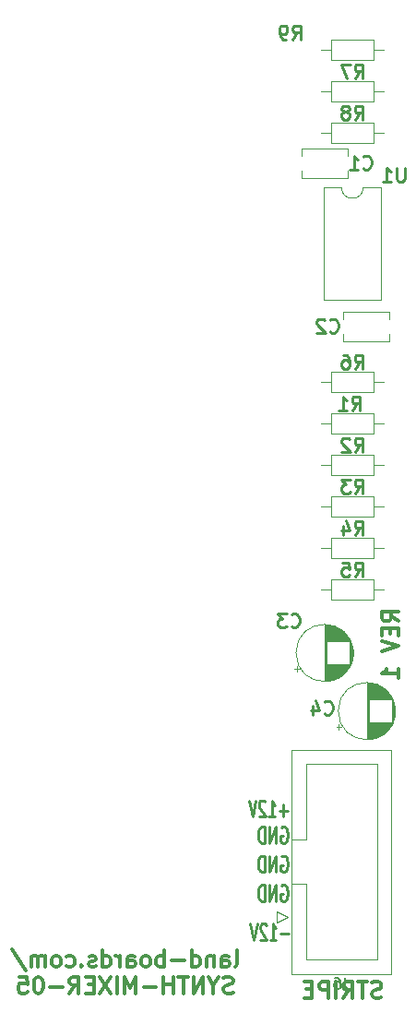
<source format=gbo>
%TF.GenerationSoftware,KiCad,Pcbnew,(6.0.1)*%
%TF.CreationDate,2022-09-27T15:47:43-04:00*%
%TF.ProjectId,SYNTH-MIXER-05,53594e54-482d-44d4-9958-45522d30352e,1*%
%TF.SameCoordinates,Original*%
%TF.FileFunction,Legend,Bot*%
%TF.FilePolarity,Positive*%
%FSLAX46Y46*%
G04 Gerber Fmt 4.6, Leading zero omitted, Abs format (unit mm)*
G04 Created by KiCad (PCBNEW (6.0.1)) date 2022-09-27 15:47:43*
%MOMM*%
%LPD*%
G01*
G04 APERTURE LIST*
%ADD10C,0.300000*%
%ADD11C,0.254000*%
%ADD12C,0.241300*%
%ADD13C,0.279400*%
%ADD14C,0.150000*%
%ADD15C,0.120000*%
G04 APERTURE END LIST*
D10*
X104246714Y-127607142D02*
X104032428Y-127678571D01*
X103675285Y-127678571D01*
X103532428Y-127607142D01*
X103461000Y-127535714D01*
X103389571Y-127392857D01*
X103389571Y-127250000D01*
X103461000Y-127107142D01*
X103532428Y-127035714D01*
X103675285Y-126964285D01*
X103961000Y-126892857D01*
X104103857Y-126821428D01*
X104175285Y-126750000D01*
X104246714Y-126607142D01*
X104246714Y-126464285D01*
X104175285Y-126321428D01*
X104103857Y-126250000D01*
X103961000Y-126178571D01*
X103603857Y-126178571D01*
X103389571Y-126250000D01*
X102961000Y-126178571D02*
X102103857Y-126178571D01*
X102532428Y-127678571D02*
X102532428Y-126178571D01*
X100746714Y-127678571D02*
X101246714Y-126964285D01*
X101603857Y-127678571D02*
X101603857Y-126178571D01*
X101032428Y-126178571D01*
X100889571Y-126250000D01*
X100818142Y-126321428D01*
X100746714Y-126464285D01*
X100746714Y-126678571D01*
X100818142Y-126821428D01*
X100889571Y-126892857D01*
X101032428Y-126964285D01*
X101603857Y-126964285D01*
X100103857Y-127678571D02*
X100103857Y-126178571D01*
X99389571Y-127678571D02*
X99389571Y-126178571D01*
X98818142Y-126178571D01*
X98675285Y-126250000D01*
X98603857Y-126321428D01*
X98532428Y-126464285D01*
X98532428Y-126678571D01*
X98603857Y-126821428D01*
X98675285Y-126892857D01*
X98818142Y-126964285D01*
X99389571Y-126964285D01*
X97889571Y-126892857D02*
X97389571Y-126892857D01*
X97175285Y-127678571D02*
X97889571Y-127678571D01*
X97889571Y-126178571D01*
X97175285Y-126178571D01*
D11*
X95072804Y-114693000D02*
X95169566Y-114621571D01*
X95314709Y-114621571D01*
X95459852Y-114693000D01*
X95556614Y-114835857D01*
X95604995Y-114978714D01*
X95653376Y-115264428D01*
X95653376Y-115478714D01*
X95604995Y-115764428D01*
X95556614Y-115907285D01*
X95459852Y-116050142D01*
X95314709Y-116121571D01*
X95217947Y-116121571D01*
X95072804Y-116050142D01*
X95024423Y-115978714D01*
X95024423Y-115478714D01*
X95217947Y-115478714D01*
X94588995Y-116121571D02*
X94588995Y-114621571D01*
X94008423Y-116121571D01*
X94008423Y-114621571D01*
X93524614Y-116121571D02*
X93524614Y-114621571D01*
X93282709Y-114621571D01*
X93137566Y-114693000D01*
X93040804Y-114835857D01*
X92992423Y-114978714D01*
X92944042Y-115264428D01*
X92944042Y-115478714D01*
X92992423Y-115764428D01*
X93040804Y-115907285D01*
X93137566Y-116050142D01*
X93282709Y-116121571D01*
X93524614Y-116121571D01*
D12*
X95752345Y-121773142D02*
X95016955Y-121773142D01*
X94051755Y-122344571D02*
X94603297Y-122344571D01*
X94327526Y-122344571D02*
X94327526Y-120844571D01*
X94419450Y-121058857D01*
X94511374Y-121201714D01*
X94603297Y-121273142D01*
X93684059Y-120987428D02*
X93638097Y-120916000D01*
X93546174Y-120844571D01*
X93316364Y-120844571D01*
X93224440Y-120916000D01*
X93178478Y-120987428D01*
X93132516Y-121130285D01*
X93132516Y-121273142D01*
X93178478Y-121487428D01*
X93730021Y-122344571D01*
X93132516Y-122344571D01*
X92856745Y-120844571D02*
X92535012Y-122344571D01*
X92213278Y-120844571D01*
D10*
X105834571Y-93107142D02*
X105120285Y-92607142D01*
X105834571Y-92250000D02*
X104334571Y-92250000D01*
X104334571Y-92821428D01*
X104406000Y-92964285D01*
X104477428Y-93035714D01*
X104620285Y-93107142D01*
X104834571Y-93107142D01*
X104977428Y-93035714D01*
X105048857Y-92964285D01*
X105120285Y-92821428D01*
X105120285Y-92250000D01*
X105048857Y-93750000D02*
X105048857Y-94250000D01*
X105834571Y-94464285D02*
X105834571Y-93750000D01*
X104334571Y-93750000D01*
X104334571Y-94464285D01*
X104334571Y-94892857D02*
X105834571Y-95392857D01*
X104334571Y-95892857D01*
X105834571Y-98321428D02*
X105834571Y-97464285D01*
X105834571Y-97892857D02*
X104334571Y-97892857D01*
X104548857Y-97750000D01*
X104691714Y-97607142D01*
X104763142Y-97464285D01*
X90807714Y-124820071D02*
X90950571Y-124748642D01*
X91022000Y-124605785D01*
X91022000Y-123320071D01*
X89593428Y-124820071D02*
X89593428Y-124034357D01*
X89664857Y-123891500D01*
X89807714Y-123820071D01*
X90093428Y-123820071D01*
X90236285Y-123891500D01*
X89593428Y-124748642D02*
X89736285Y-124820071D01*
X90093428Y-124820071D01*
X90236285Y-124748642D01*
X90307714Y-124605785D01*
X90307714Y-124462928D01*
X90236285Y-124320071D01*
X90093428Y-124248642D01*
X89736285Y-124248642D01*
X89593428Y-124177214D01*
X88879142Y-123820071D02*
X88879142Y-124820071D01*
X88879142Y-123962928D02*
X88807714Y-123891500D01*
X88664857Y-123820071D01*
X88450571Y-123820071D01*
X88307714Y-123891500D01*
X88236285Y-124034357D01*
X88236285Y-124820071D01*
X86879142Y-124820071D02*
X86879142Y-123320071D01*
X86879142Y-124748642D02*
X87022000Y-124820071D01*
X87307714Y-124820071D01*
X87450571Y-124748642D01*
X87522000Y-124677214D01*
X87593428Y-124534357D01*
X87593428Y-124105785D01*
X87522000Y-123962928D01*
X87450571Y-123891500D01*
X87307714Y-123820071D01*
X87022000Y-123820071D01*
X86879142Y-123891500D01*
X86164857Y-124248642D02*
X85022000Y-124248642D01*
X84307714Y-124820071D02*
X84307714Y-123320071D01*
X84307714Y-123891500D02*
X84164857Y-123820071D01*
X83879142Y-123820071D01*
X83736285Y-123891500D01*
X83664857Y-123962928D01*
X83593428Y-124105785D01*
X83593428Y-124534357D01*
X83664857Y-124677214D01*
X83736285Y-124748642D01*
X83879142Y-124820071D01*
X84164857Y-124820071D01*
X84307714Y-124748642D01*
X82736285Y-124820071D02*
X82879142Y-124748642D01*
X82950571Y-124677214D01*
X83022000Y-124534357D01*
X83022000Y-124105785D01*
X82950571Y-123962928D01*
X82879142Y-123891500D01*
X82736285Y-123820071D01*
X82522000Y-123820071D01*
X82379142Y-123891500D01*
X82307714Y-123962928D01*
X82236285Y-124105785D01*
X82236285Y-124534357D01*
X82307714Y-124677214D01*
X82379142Y-124748642D01*
X82522000Y-124820071D01*
X82736285Y-124820071D01*
X80950571Y-124820071D02*
X80950571Y-124034357D01*
X81022000Y-123891500D01*
X81164857Y-123820071D01*
X81450571Y-123820071D01*
X81593428Y-123891500D01*
X80950571Y-124748642D02*
X81093428Y-124820071D01*
X81450571Y-124820071D01*
X81593428Y-124748642D01*
X81664857Y-124605785D01*
X81664857Y-124462928D01*
X81593428Y-124320071D01*
X81450571Y-124248642D01*
X81093428Y-124248642D01*
X80950571Y-124177214D01*
X80236285Y-124820071D02*
X80236285Y-123820071D01*
X80236285Y-124105785D02*
X80164857Y-123962928D01*
X80093428Y-123891500D01*
X79950571Y-123820071D01*
X79807714Y-123820071D01*
X78664857Y-124820071D02*
X78664857Y-123320071D01*
X78664857Y-124748642D02*
X78807714Y-124820071D01*
X79093428Y-124820071D01*
X79236285Y-124748642D01*
X79307714Y-124677214D01*
X79379142Y-124534357D01*
X79379142Y-124105785D01*
X79307714Y-123962928D01*
X79236285Y-123891500D01*
X79093428Y-123820071D01*
X78807714Y-123820071D01*
X78664857Y-123891500D01*
X78022000Y-124748642D02*
X77879142Y-124820071D01*
X77593428Y-124820071D01*
X77450571Y-124748642D01*
X77379142Y-124605785D01*
X77379142Y-124534357D01*
X77450571Y-124391500D01*
X77593428Y-124320071D01*
X77807714Y-124320071D01*
X77950571Y-124248642D01*
X78022000Y-124105785D01*
X78022000Y-124034357D01*
X77950571Y-123891500D01*
X77807714Y-123820071D01*
X77593428Y-123820071D01*
X77450571Y-123891500D01*
X76736285Y-124677214D02*
X76664857Y-124748642D01*
X76736285Y-124820071D01*
X76807714Y-124748642D01*
X76736285Y-124677214D01*
X76736285Y-124820071D01*
X75379142Y-124748642D02*
X75522000Y-124820071D01*
X75807714Y-124820071D01*
X75950571Y-124748642D01*
X76022000Y-124677214D01*
X76093428Y-124534357D01*
X76093428Y-124105785D01*
X76022000Y-123962928D01*
X75950571Y-123891500D01*
X75807714Y-123820071D01*
X75522000Y-123820071D01*
X75379142Y-123891500D01*
X74522000Y-124820071D02*
X74664857Y-124748642D01*
X74736285Y-124677214D01*
X74807714Y-124534357D01*
X74807714Y-124105785D01*
X74736285Y-123962928D01*
X74664857Y-123891500D01*
X74522000Y-123820071D01*
X74307714Y-123820071D01*
X74164857Y-123891500D01*
X74093428Y-123962928D01*
X74022000Y-124105785D01*
X74022000Y-124534357D01*
X74093428Y-124677214D01*
X74164857Y-124748642D01*
X74307714Y-124820071D01*
X74522000Y-124820071D01*
X73379142Y-124820071D02*
X73379142Y-123820071D01*
X73379142Y-123962928D02*
X73307714Y-123891500D01*
X73164857Y-123820071D01*
X72950571Y-123820071D01*
X72807714Y-123891500D01*
X72736285Y-124034357D01*
X72736285Y-124820071D01*
X72736285Y-124034357D02*
X72664857Y-123891500D01*
X72522000Y-123820071D01*
X72307714Y-123820071D01*
X72164857Y-123891500D01*
X72093428Y-124034357D01*
X72093428Y-124820071D01*
X70307714Y-123248642D02*
X71593428Y-125177214D01*
X90629142Y-127163642D02*
X90414857Y-127235071D01*
X90057714Y-127235071D01*
X89914857Y-127163642D01*
X89843428Y-127092214D01*
X89772000Y-126949357D01*
X89772000Y-126806500D01*
X89843428Y-126663642D01*
X89914857Y-126592214D01*
X90057714Y-126520785D01*
X90343428Y-126449357D01*
X90486285Y-126377928D01*
X90557714Y-126306500D01*
X90629142Y-126163642D01*
X90629142Y-126020785D01*
X90557714Y-125877928D01*
X90486285Y-125806500D01*
X90343428Y-125735071D01*
X89986285Y-125735071D01*
X89772000Y-125806500D01*
X88843428Y-126520785D02*
X88843428Y-127235071D01*
X89343428Y-125735071D02*
X88843428Y-126520785D01*
X88343428Y-125735071D01*
X87843428Y-127235071D02*
X87843428Y-125735071D01*
X86986285Y-127235071D01*
X86986285Y-125735071D01*
X86486285Y-125735071D02*
X85629142Y-125735071D01*
X86057714Y-127235071D02*
X86057714Y-125735071D01*
X85129142Y-127235071D02*
X85129142Y-125735071D01*
X85129142Y-126449357D02*
X84272000Y-126449357D01*
X84272000Y-127235071D02*
X84272000Y-125735071D01*
X83557714Y-126663642D02*
X82414857Y-126663642D01*
X81700571Y-127235071D02*
X81700571Y-125735071D01*
X81200571Y-126806500D01*
X80700571Y-125735071D01*
X80700571Y-127235071D01*
X79986285Y-127235071D02*
X79986285Y-125735071D01*
X79414857Y-125735071D02*
X78414857Y-127235071D01*
X78414857Y-125735071D02*
X79414857Y-127235071D01*
X77843428Y-126449357D02*
X77343428Y-126449357D01*
X77129142Y-127235071D02*
X77843428Y-127235071D01*
X77843428Y-125735071D01*
X77129142Y-125735071D01*
X75629142Y-127235071D02*
X76129142Y-126520785D01*
X76486285Y-127235071D02*
X76486285Y-125735071D01*
X75914857Y-125735071D01*
X75772000Y-125806500D01*
X75700571Y-125877928D01*
X75629142Y-126020785D01*
X75629142Y-126235071D01*
X75700571Y-126377928D01*
X75772000Y-126449357D01*
X75914857Y-126520785D01*
X76486285Y-126520785D01*
X74986285Y-126663642D02*
X73843428Y-126663642D01*
X72843428Y-125735071D02*
X72700571Y-125735071D01*
X72557714Y-125806500D01*
X72486285Y-125877928D01*
X72414857Y-126020785D01*
X72343428Y-126306500D01*
X72343428Y-126663642D01*
X72414857Y-126949357D01*
X72486285Y-127092214D01*
X72557714Y-127163642D01*
X72700571Y-127235071D01*
X72843428Y-127235071D01*
X72986285Y-127163642D01*
X73057714Y-127092214D01*
X73129142Y-126949357D01*
X73200571Y-126663642D01*
X73200571Y-126306500D01*
X73129142Y-126020785D01*
X73057714Y-125877928D01*
X72986285Y-125806500D01*
X72843428Y-125735071D01*
X70986285Y-125735071D02*
X71700571Y-125735071D01*
X71772000Y-126449357D01*
X71700571Y-126377928D01*
X71557714Y-126306500D01*
X71200571Y-126306500D01*
X71057714Y-126377928D01*
X70986285Y-126449357D01*
X70914857Y-126592214D01*
X70914857Y-126949357D01*
X70986285Y-127092214D01*
X71057714Y-127163642D01*
X71200571Y-127235071D01*
X71557714Y-127235071D01*
X71700571Y-127163642D01*
X71772000Y-127092214D01*
D11*
X95072804Y-117360000D02*
X95169566Y-117288571D01*
X95314709Y-117288571D01*
X95459852Y-117360000D01*
X95556614Y-117502857D01*
X95604995Y-117645714D01*
X95653376Y-117931428D01*
X95653376Y-118145714D01*
X95604995Y-118431428D01*
X95556614Y-118574285D01*
X95459852Y-118717142D01*
X95314709Y-118788571D01*
X95217947Y-118788571D01*
X95072804Y-118717142D01*
X95024423Y-118645714D01*
X95024423Y-118145714D01*
X95217947Y-118145714D01*
X94588995Y-118788571D02*
X94588995Y-117288571D01*
X94008423Y-118788571D01*
X94008423Y-117288571D01*
X93524614Y-118788571D02*
X93524614Y-117288571D01*
X93282709Y-117288571D01*
X93137566Y-117360000D01*
X93040804Y-117502857D01*
X92992423Y-117645714D01*
X92944042Y-117931428D01*
X92944042Y-118145714D01*
X92992423Y-118431428D01*
X93040804Y-118574285D01*
X93137566Y-118717142D01*
X93282709Y-118788571D01*
X93524614Y-118788571D01*
X95072804Y-112026000D02*
X95169566Y-111954571D01*
X95314709Y-111954571D01*
X95459852Y-112026000D01*
X95556614Y-112168857D01*
X95604995Y-112311714D01*
X95653376Y-112597428D01*
X95653376Y-112811714D01*
X95604995Y-113097428D01*
X95556614Y-113240285D01*
X95459852Y-113383142D01*
X95314709Y-113454571D01*
X95217947Y-113454571D01*
X95072804Y-113383142D01*
X95024423Y-113311714D01*
X95024423Y-112811714D01*
X95217947Y-112811714D01*
X94588995Y-113454571D02*
X94588995Y-111954571D01*
X94008423Y-113454571D01*
X94008423Y-111954571D01*
X93524614Y-113454571D02*
X93524614Y-111954571D01*
X93282709Y-111954571D01*
X93137566Y-112026000D01*
X93040804Y-112168857D01*
X92992423Y-112311714D01*
X92944042Y-112597428D01*
X92944042Y-112811714D01*
X92992423Y-113097428D01*
X93040804Y-113240285D01*
X93137566Y-113383142D01*
X93282709Y-113454571D01*
X93524614Y-113454571D01*
D12*
X95625345Y-110470142D02*
X94889955Y-110470142D01*
X95257650Y-111041571D02*
X95257650Y-109898714D01*
X93924755Y-111041571D02*
X94476297Y-111041571D01*
X94200526Y-111041571D02*
X94200526Y-109541571D01*
X94292450Y-109755857D01*
X94384374Y-109898714D01*
X94476297Y-109970142D01*
X93557059Y-109684428D02*
X93511097Y-109613000D01*
X93419174Y-109541571D01*
X93189364Y-109541571D01*
X93097440Y-109613000D01*
X93051478Y-109684428D01*
X93005516Y-109827285D01*
X93005516Y-109970142D01*
X93051478Y-110184428D01*
X93603021Y-111041571D01*
X93005516Y-111041571D01*
X92729745Y-109541571D02*
X92408012Y-111041571D01*
X92086278Y-109541571D01*
D13*
%TO.C,C2*%
X99525666Y-66493571D02*
X99586142Y-66554047D01*
X99767571Y-66614523D01*
X99888523Y-66614523D01*
X100069952Y-66554047D01*
X100190904Y-66433095D01*
X100251380Y-66312142D01*
X100311857Y-66070238D01*
X100311857Y-65888809D01*
X100251380Y-65646904D01*
X100190904Y-65525952D01*
X100069952Y-65405000D01*
X99888523Y-65344523D01*
X99767571Y-65344523D01*
X99586142Y-65405000D01*
X99525666Y-65465476D01*
X99041857Y-65465476D02*
X98981380Y-65405000D01*
X98860428Y-65344523D01*
X98558047Y-65344523D01*
X98437095Y-65405000D01*
X98376619Y-65465476D01*
X98316142Y-65586428D01*
X98316142Y-65707380D01*
X98376619Y-65888809D01*
X99102333Y-66614523D01*
X98316142Y-66614523D01*
D14*
%TO.C,J6*%
X100926833Y-125821380D02*
X100926833Y-126535666D01*
X100974452Y-126678523D01*
X101069690Y-126773761D01*
X101212547Y-126821380D01*
X101307785Y-126821380D01*
X100022071Y-125821380D02*
X100212547Y-125821380D01*
X100307785Y-125869000D01*
X100355404Y-125916619D01*
X100450642Y-126059476D01*
X100498261Y-126249952D01*
X100498261Y-126630904D01*
X100450642Y-126726142D01*
X100403023Y-126773761D01*
X100307785Y-126821380D01*
X100117309Y-126821380D01*
X100022071Y-126773761D01*
X99974452Y-126726142D01*
X99926833Y-126630904D01*
X99926833Y-126392809D01*
X99974452Y-126297571D01*
X100022071Y-126249952D01*
X100117309Y-126202333D01*
X100307785Y-126202333D01*
X100403023Y-126249952D01*
X100450642Y-126297571D01*
X100498261Y-126392809D01*
D13*
%TO.C,R3*%
X101811666Y-81346523D02*
X102235000Y-80741761D01*
X102537380Y-81346523D02*
X102537380Y-80076523D01*
X102053571Y-80076523D01*
X101932619Y-80137000D01*
X101872142Y-80197476D01*
X101811666Y-80318428D01*
X101811666Y-80499857D01*
X101872142Y-80620809D01*
X101932619Y-80681285D01*
X102053571Y-80741761D01*
X102537380Y-80741761D01*
X101388333Y-80076523D02*
X100602142Y-80076523D01*
X101025476Y-80560333D01*
X100844047Y-80560333D01*
X100723095Y-80620809D01*
X100662619Y-80681285D01*
X100602142Y-80802238D01*
X100602142Y-81104619D01*
X100662619Y-81225571D01*
X100723095Y-81286047D01*
X100844047Y-81346523D01*
X101206904Y-81346523D01*
X101327857Y-81286047D01*
X101388333Y-81225571D01*
%TO.C,R8*%
X101811666Y-47056523D02*
X102235000Y-46451761D01*
X102537380Y-47056523D02*
X102537380Y-45786523D01*
X102053571Y-45786523D01*
X101932619Y-45847000D01*
X101872142Y-45907476D01*
X101811666Y-46028428D01*
X101811666Y-46209857D01*
X101872142Y-46330809D01*
X101932619Y-46391285D01*
X102053571Y-46451761D01*
X102537380Y-46451761D01*
X101085952Y-46330809D02*
X101206904Y-46270333D01*
X101267380Y-46209857D01*
X101327857Y-46088904D01*
X101327857Y-46028428D01*
X101267380Y-45907476D01*
X101206904Y-45847000D01*
X101085952Y-45786523D01*
X100844047Y-45786523D01*
X100723095Y-45847000D01*
X100662619Y-45907476D01*
X100602142Y-46028428D01*
X100602142Y-46088904D01*
X100662619Y-46209857D01*
X100723095Y-46270333D01*
X100844047Y-46330809D01*
X101085952Y-46330809D01*
X101206904Y-46391285D01*
X101267380Y-46451761D01*
X101327857Y-46572714D01*
X101327857Y-46814619D01*
X101267380Y-46935571D01*
X101206904Y-46996047D01*
X101085952Y-47056523D01*
X100844047Y-47056523D01*
X100723095Y-46996047D01*
X100662619Y-46935571D01*
X100602142Y-46814619D01*
X100602142Y-46572714D01*
X100662619Y-46451761D01*
X100723095Y-46391285D01*
X100844047Y-46330809D01*
%TO.C,R5*%
X101811666Y-88966523D02*
X102235000Y-88361761D01*
X102537380Y-88966523D02*
X102537380Y-87696523D01*
X102053571Y-87696523D01*
X101932619Y-87757000D01*
X101872142Y-87817476D01*
X101811666Y-87938428D01*
X101811666Y-88119857D01*
X101872142Y-88240809D01*
X101932619Y-88301285D01*
X102053571Y-88361761D01*
X102537380Y-88361761D01*
X100662619Y-87696523D02*
X101267380Y-87696523D01*
X101327857Y-88301285D01*
X101267380Y-88240809D01*
X101146428Y-88180333D01*
X100844047Y-88180333D01*
X100723095Y-88240809D01*
X100662619Y-88301285D01*
X100602142Y-88422238D01*
X100602142Y-88724619D01*
X100662619Y-88845571D01*
X100723095Y-88906047D01*
X100844047Y-88966523D01*
X101146428Y-88966523D01*
X101267380Y-88906047D01*
X101327857Y-88845571D01*
%TO.C,R2*%
X101811666Y-77536523D02*
X102235000Y-76931761D01*
X102537380Y-77536523D02*
X102537380Y-76266523D01*
X102053571Y-76266523D01*
X101932619Y-76327000D01*
X101872142Y-76387476D01*
X101811666Y-76508428D01*
X101811666Y-76689857D01*
X101872142Y-76810809D01*
X101932619Y-76871285D01*
X102053571Y-76931761D01*
X102537380Y-76931761D01*
X101327857Y-76387476D02*
X101267380Y-76327000D01*
X101146428Y-76266523D01*
X100844047Y-76266523D01*
X100723095Y-76327000D01*
X100662619Y-76387476D01*
X100602142Y-76508428D01*
X100602142Y-76629380D01*
X100662619Y-76810809D01*
X101388333Y-77536523D01*
X100602142Y-77536523D01*
%TO.C,R4*%
X101811666Y-85156523D02*
X102235000Y-84551761D01*
X102537380Y-85156523D02*
X102537380Y-83886523D01*
X102053571Y-83886523D01*
X101932619Y-83947000D01*
X101872142Y-84007476D01*
X101811666Y-84128428D01*
X101811666Y-84309857D01*
X101872142Y-84430809D01*
X101932619Y-84491285D01*
X102053571Y-84551761D01*
X102537380Y-84551761D01*
X100723095Y-84309857D02*
X100723095Y-85156523D01*
X101025476Y-83826047D02*
X101327857Y-84733190D01*
X100541666Y-84733190D01*
%TO.C,R9*%
X96096666Y-39690523D02*
X96520000Y-39085761D01*
X96822380Y-39690523D02*
X96822380Y-38420523D01*
X96338571Y-38420523D01*
X96217619Y-38481000D01*
X96157142Y-38541476D01*
X96096666Y-38662428D01*
X96096666Y-38843857D01*
X96157142Y-38964809D01*
X96217619Y-39025285D01*
X96338571Y-39085761D01*
X96822380Y-39085761D01*
X95491904Y-39690523D02*
X95250000Y-39690523D01*
X95129047Y-39630047D01*
X95068571Y-39569571D01*
X94947619Y-39388142D01*
X94887142Y-39146238D01*
X94887142Y-38662428D01*
X94947619Y-38541476D01*
X95008095Y-38481000D01*
X95129047Y-38420523D01*
X95370952Y-38420523D01*
X95491904Y-38481000D01*
X95552380Y-38541476D01*
X95612857Y-38662428D01*
X95612857Y-38964809D01*
X95552380Y-39085761D01*
X95491904Y-39146238D01*
X95370952Y-39206714D01*
X95129047Y-39206714D01*
X95008095Y-39146238D01*
X94947619Y-39085761D01*
X94887142Y-38964809D01*
%TO.C,C1*%
X102573666Y-51507571D02*
X102634142Y-51568047D01*
X102815571Y-51628523D01*
X102936523Y-51628523D01*
X103117952Y-51568047D01*
X103238904Y-51447095D01*
X103299380Y-51326142D01*
X103359857Y-51084238D01*
X103359857Y-50902809D01*
X103299380Y-50660904D01*
X103238904Y-50539952D01*
X103117952Y-50419000D01*
X102936523Y-50358523D01*
X102815571Y-50358523D01*
X102634142Y-50419000D01*
X102573666Y-50479476D01*
X101364142Y-51628523D02*
X102089857Y-51628523D01*
X101727000Y-51628523D02*
X101727000Y-50358523D01*
X101847952Y-50539952D01*
X101968904Y-50660904D01*
X102089857Y-50721380D01*
%TO.C,R6*%
X101811666Y-69916523D02*
X102235000Y-69311761D01*
X102537380Y-69916523D02*
X102537380Y-68646523D01*
X102053571Y-68646523D01*
X101932619Y-68707000D01*
X101872142Y-68767476D01*
X101811666Y-68888428D01*
X101811666Y-69069857D01*
X101872142Y-69190809D01*
X101932619Y-69251285D01*
X102053571Y-69311761D01*
X102537380Y-69311761D01*
X100723095Y-68646523D02*
X100965000Y-68646523D01*
X101085952Y-68707000D01*
X101146428Y-68767476D01*
X101267380Y-68948904D01*
X101327857Y-69190809D01*
X101327857Y-69674619D01*
X101267380Y-69795571D01*
X101206904Y-69856047D01*
X101085952Y-69916523D01*
X100844047Y-69916523D01*
X100723095Y-69856047D01*
X100662619Y-69795571D01*
X100602142Y-69674619D01*
X100602142Y-69372238D01*
X100662619Y-69251285D01*
X100723095Y-69190809D01*
X100844047Y-69130333D01*
X101085952Y-69130333D01*
X101206904Y-69190809D01*
X101267380Y-69251285D01*
X101327857Y-69372238D01*
%TO.C,U1*%
X106377619Y-51474523D02*
X106377619Y-52502619D01*
X106317142Y-52623571D01*
X106256666Y-52684047D01*
X106135714Y-52744523D01*
X105893809Y-52744523D01*
X105772857Y-52684047D01*
X105712380Y-52623571D01*
X105651904Y-52502619D01*
X105651904Y-51474523D01*
X104381904Y-52744523D02*
X105107619Y-52744523D01*
X104744761Y-52744523D02*
X104744761Y-51474523D01*
X104865714Y-51655952D01*
X104986666Y-51776904D01*
X105107619Y-51837380D01*
%TO.C,C3*%
X95969666Y-93544571D02*
X96030142Y-93605047D01*
X96211571Y-93665523D01*
X96332523Y-93665523D01*
X96513952Y-93605047D01*
X96634904Y-93484095D01*
X96695380Y-93363142D01*
X96755857Y-93121238D01*
X96755857Y-92939809D01*
X96695380Y-92697904D01*
X96634904Y-92576952D01*
X96513952Y-92456000D01*
X96332523Y-92395523D01*
X96211571Y-92395523D01*
X96030142Y-92456000D01*
X95969666Y-92516476D01*
X95546333Y-92395523D02*
X94760142Y-92395523D01*
X95183476Y-92879333D01*
X95002047Y-92879333D01*
X94881095Y-92939809D01*
X94820619Y-93000285D01*
X94760142Y-93121238D01*
X94760142Y-93423619D01*
X94820619Y-93544571D01*
X94881095Y-93605047D01*
X95002047Y-93665523D01*
X95364904Y-93665523D01*
X95485857Y-93605047D01*
X95546333Y-93544571D01*
%TO.C,R7*%
X101811666Y-43246523D02*
X102235000Y-42641761D01*
X102537380Y-43246523D02*
X102537380Y-41976523D01*
X102053571Y-41976523D01*
X101932619Y-42037000D01*
X101872142Y-42097476D01*
X101811666Y-42218428D01*
X101811666Y-42399857D01*
X101872142Y-42520809D01*
X101932619Y-42581285D01*
X102053571Y-42641761D01*
X102537380Y-42641761D01*
X101388333Y-41976523D02*
X100541666Y-41976523D01*
X101085952Y-43246523D01*
%TO.C,C4*%
X99017666Y-101545571D02*
X99078142Y-101606047D01*
X99259571Y-101666523D01*
X99380523Y-101666523D01*
X99561952Y-101606047D01*
X99682904Y-101485095D01*
X99743380Y-101364142D01*
X99803857Y-101122238D01*
X99803857Y-100940809D01*
X99743380Y-100698904D01*
X99682904Y-100577952D01*
X99561952Y-100457000D01*
X99380523Y-100396523D01*
X99259571Y-100396523D01*
X99078142Y-100457000D01*
X99017666Y-100517476D01*
X97929095Y-100819857D02*
X97929095Y-101666523D01*
X98231476Y-100336047D02*
X98533857Y-101243190D01*
X97747666Y-101243190D01*
%TO.C,R1*%
X101557666Y-73726523D02*
X101981000Y-73121761D01*
X102283380Y-73726523D02*
X102283380Y-72456523D01*
X101799571Y-72456523D01*
X101678619Y-72517000D01*
X101618142Y-72577476D01*
X101557666Y-72698428D01*
X101557666Y-72879857D01*
X101618142Y-73000809D01*
X101678619Y-73061285D01*
X101799571Y-73121761D01*
X102283380Y-73121761D01*
X100348142Y-73726523D02*
X101073857Y-73726523D01*
X100711000Y-73726523D02*
X100711000Y-72456523D01*
X100831952Y-72637952D01*
X100952904Y-72758904D01*
X101073857Y-72819380D01*
D15*
%TO.C,C2*%
X100770000Y-64670000D02*
X100770000Y-65375000D01*
X105010000Y-66705000D02*
X105010000Y-67410000D01*
X100770000Y-66705000D02*
X100770000Y-67410000D01*
X105010000Y-67410000D02*
X100770000Y-67410000D01*
X105010000Y-64670000D02*
X100770000Y-64670000D01*
X105010000Y-64670000D02*
X105010000Y-65375000D01*
%TO.C,J6*%
X105153500Y-104899000D02*
X96033500Y-104899000D01*
X96033500Y-125479000D02*
X105153500Y-125479000D01*
X97343500Y-113139000D02*
X96033500Y-113139000D01*
X103843500Y-124179000D02*
X103843500Y-106199000D01*
X94643500Y-119769000D02*
X95643500Y-120269000D01*
X97343500Y-106199000D02*
X97343500Y-113139000D01*
X94643500Y-120769000D02*
X94643500Y-119769000D01*
X96033500Y-117239000D02*
X97343500Y-117239000D01*
X97343500Y-117239000D02*
X97343500Y-124179000D01*
X97343500Y-124179000D02*
X103843500Y-124179000D01*
X105153500Y-125479000D02*
X105153500Y-104899000D01*
X96033500Y-104899000D02*
X96033500Y-125479000D01*
X97343500Y-113139000D02*
X97343500Y-113139000D01*
X95643500Y-120269000D02*
X94643500Y-120769000D01*
X103843500Y-106199000D02*
X97343500Y-106199000D01*
%TO.C,R3*%
X99680000Y-83470000D02*
X99680000Y-81630000D01*
X99680000Y-81630000D02*
X103520000Y-81630000D01*
X104470000Y-82550000D02*
X103520000Y-82550000D01*
X103520000Y-83470000D02*
X99680000Y-83470000D01*
X98730000Y-82550000D02*
X99680000Y-82550000D01*
X103520000Y-81630000D02*
X103520000Y-83470000D01*
%TO.C,R8*%
X103520000Y-49180000D02*
X99680000Y-49180000D01*
X104470000Y-48260000D02*
X103520000Y-48260000D01*
X98730000Y-48260000D02*
X99680000Y-48260000D01*
X99680000Y-49180000D02*
X99680000Y-47340000D01*
X99680000Y-47340000D02*
X103520000Y-47340000D01*
X103520000Y-47340000D02*
X103520000Y-49180000D01*
%TO.C,R5*%
X98730000Y-90170000D02*
X99680000Y-90170000D01*
X103520000Y-89250000D02*
X103520000Y-91090000D01*
X103520000Y-91090000D02*
X99680000Y-91090000D01*
X99680000Y-91090000D02*
X99680000Y-89250000D01*
X104470000Y-90170000D02*
X103520000Y-90170000D01*
X99680000Y-89250000D02*
X103520000Y-89250000D01*
%TO.C,R2*%
X98730000Y-78740000D02*
X99680000Y-78740000D01*
X103520000Y-79660000D02*
X99680000Y-79660000D01*
X99680000Y-77820000D02*
X103520000Y-77820000D01*
X103520000Y-77820000D02*
X103520000Y-79660000D01*
X104470000Y-78740000D02*
X103520000Y-78740000D01*
X99680000Y-79660000D02*
X99680000Y-77820000D01*
%TO.C,R4*%
X98730000Y-86360000D02*
X99680000Y-86360000D01*
X103520000Y-87280000D02*
X99680000Y-87280000D01*
X99680000Y-87280000D02*
X99680000Y-85440000D01*
X103520000Y-85440000D02*
X103520000Y-87280000D01*
X104470000Y-86360000D02*
X103520000Y-86360000D01*
X99680000Y-85440000D02*
X103520000Y-85440000D01*
%TO.C,R9*%
X99680000Y-41560000D02*
X99680000Y-39720000D01*
X103520000Y-39720000D02*
X103520000Y-41560000D01*
X103520000Y-41560000D02*
X99680000Y-41560000D01*
X104470000Y-40640000D02*
X103520000Y-40640000D01*
X99680000Y-39720000D02*
X103520000Y-39720000D01*
X98730000Y-40640000D02*
X99680000Y-40640000D01*
%TO.C,C1*%
X96920000Y-50389000D02*
X96920000Y-49684000D01*
X96920000Y-52424000D02*
X101160000Y-52424000D01*
X101160000Y-52424000D02*
X101160000Y-51719000D01*
X96920000Y-52424000D02*
X96920000Y-51719000D01*
X96920000Y-49684000D02*
X101160000Y-49684000D01*
X101160000Y-50389000D02*
X101160000Y-49684000D01*
%TO.C,R6*%
X98730000Y-71120000D02*
X99680000Y-71120000D01*
X99680000Y-70200000D02*
X103520000Y-70200000D01*
X99680000Y-72040000D02*
X99680000Y-70200000D01*
X103520000Y-70200000D02*
X103520000Y-72040000D01*
X103520000Y-72040000D02*
X99680000Y-72040000D01*
X104470000Y-71120000D02*
X103520000Y-71120000D01*
%TO.C,U1*%
X98940000Y-63570000D02*
X98940000Y-53290000D01*
X104240000Y-63570000D02*
X98940000Y-63570000D01*
X104240000Y-53290000D02*
X104240000Y-63570000D01*
X98940000Y-53290000D02*
X100590000Y-53290000D01*
X102590000Y-53290000D02*
X104240000Y-53290000D01*
X100590000Y-53290000D02*
G75*
G03*
X102590000Y-53290000I1000000J0D01*
G01*
%TO.C,C3*%
X101001000Y-97711000D02*
X101001000Y-97052000D01*
X99961000Y-94972000D02*
X99961000Y-93598000D01*
X99040000Y-98592000D02*
X99040000Y-93432000D01*
X101121000Y-94972000D02*
X101121000Y-94458000D01*
X99640000Y-98523000D02*
X99640000Y-97052000D01*
X99360000Y-98573000D02*
X99360000Y-97052000D01*
X100321000Y-98259000D02*
X100321000Y-97052000D01*
X100961000Y-97755000D02*
X100961000Y-97052000D01*
X99440000Y-94972000D02*
X99440000Y-93462000D01*
X101161000Y-97512000D02*
X101161000Y-97052000D01*
X100481000Y-98161000D02*
X100481000Y-97052000D01*
X101241000Y-97395000D02*
X101241000Y-97052000D01*
X101201000Y-94972000D02*
X101201000Y-94569000D01*
X100921000Y-97797000D02*
X100921000Y-97052000D01*
X100441000Y-94972000D02*
X100441000Y-93837000D01*
X100841000Y-94972000D02*
X100841000Y-94148000D01*
X99480000Y-94972000D02*
X99480000Y-93469000D01*
X100121000Y-94972000D02*
X100121000Y-93664000D01*
X101041000Y-94972000D02*
X101041000Y-94359000D01*
X100881000Y-94972000D02*
X100881000Y-94186000D01*
X101201000Y-97455000D02*
X101201000Y-97052000D01*
X99520000Y-94972000D02*
X99520000Y-93476000D01*
X100561000Y-98107000D02*
X100561000Y-97052000D01*
X100321000Y-94972000D02*
X100321000Y-93765000D01*
X100361000Y-94972000D02*
X100361000Y-93788000D01*
X99841000Y-94972000D02*
X99841000Y-93557000D01*
X100521000Y-98134000D02*
X100521000Y-97052000D01*
X100681000Y-94972000D02*
X100681000Y-94008000D01*
X99600000Y-94972000D02*
X99600000Y-93492000D01*
X100601000Y-94972000D02*
X100601000Y-93947000D01*
X100921000Y-94972000D02*
X100921000Y-94227000D01*
X100641000Y-94972000D02*
X100641000Y-93977000D01*
X99881000Y-94972000D02*
X99881000Y-93570000D01*
X99200000Y-98588000D02*
X99200000Y-93436000D01*
X100841000Y-97876000D02*
X100841000Y-97052000D01*
X101481000Y-96927000D02*
X101481000Y-95097000D01*
X99400000Y-94972000D02*
X99400000Y-93456000D01*
X100761000Y-94972000D02*
X100761000Y-94075000D01*
X100401000Y-98212000D02*
X100401000Y-97052000D01*
X100041000Y-94972000D02*
X100041000Y-93630000D01*
X96485225Y-97737000D02*
X96485225Y-97237000D01*
X100281000Y-98280000D02*
X100281000Y-97052000D01*
X99921000Y-98440000D02*
X99921000Y-97052000D01*
X99921000Y-94972000D02*
X99921000Y-93584000D01*
X99480000Y-98555000D02*
X99480000Y-97052000D01*
X101001000Y-94972000D02*
X101001000Y-94313000D01*
X100081000Y-98377000D02*
X100081000Y-97052000D01*
X100761000Y-97949000D02*
X100761000Y-97052000D01*
X99841000Y-98467000D02*
X99841000Y-97052000D01*
X99560000Y-94972000D02*
X99560000Y-93484000D01*
X101081000Y-94972000D02*
X101081000Y-94407000D01*
X101401000Y-97110000D02*
X101401000Y-94914000D01*
X99360000Y-94972000D02*
X99360000Y-93451000D01*
X99280000Y-94972000D02*
X99280000Y-93443000D01*
X100361000Y-98236000D02*
X100361000Y-97052000D01*
X100241000Y-98302000D02*
X100241000Y-97052000D01*
X100721000Y-97983000D02*
X100721000Y-97052000D01*
X100801000Y-97913000D02*
X100801000Y-97052000D01*
X100601000Y-98077000D02*
X100601000Y-97052000D01*
X100201000Y-98322000D02*
X100201000Y-97052000D01*
X101121000Y-97566000D02*
X101121000Y-97052000D01*
X100081000Y-94972000D02*
X100081000Y-93647000D01*
X101641000Y-96296000D02*
X101641000Y-95728000D01*
X101361000Y-97190000D02*
X101361000Y-94834000D01*
X99600000Y-98532000D02*
X99600000Y-97052000D01*
X100161000Y-94972000D02*
X100161000Y-93683000D01*
X100401000Y-94972000D02*
X100401000Y-93812000D01*
X100041000Y-98394000D02*
X100041000Y-97052000D01*
X100161000Y-98341000D02*
X100161000Y-97052000D01*
X100561000Y-94972000D02*
X100561000Y-93917000D01*
X100441000Y-98187000D02*
X100441000Y-97052000D01*
X99160000Y-98590000D02*
X99160000Y-93434000D01*
X100001000Y-94972000D02*
X100001000Y-93614000D01*
X99961000Y-98426000D02*
X99961000Y-97052000D01*
X100521000Y-94972000D02*
X100521000Y-93890000D01*
X101561000Y-96689000D02*
X101561000Y-95335000D01*
X100121000Y-98360000D02*
X100121000Y-97052000D01*
X99080000Y-98592000D02*
X99080000Y-93432000D01*
X101601000Y-96530000D02*
X101601000Y-95494000D01*
X99120000Y-98591000D02*
X99120000Y-93433000D01*
X99680000Y-94972000D02*
X99680000Y-93511000D01*
X99761000Y-94972000D02*
X99761000Y-93532000D01*
X101281000Y-97331000D02*
X101281000Y-97052000D01*
X100281000Y-94972000D02*
X100281000Y-93744000D01*
X96235225Y-97487000D02*
X96735225Y-97487000D01*
X100001000Y-98410000D02*
X100001000Y-97052000D01*
X101041000Y-97665000D02*
X101041000Y-97052000D01*
X101321000Y-94972000D02*
X101321000Y-94761000D01*
X99280000Y-98581000D02*
X99280000Y-97052000D01*
X100641000Y-98047000D02*
X100641000Y-97052000D01*
X100881000Y-97838000D02*
X100881000Y-97052000D01*
X101321000Y-97263000D02*
X101321000Y-97052000D01*
X99520000Y-98548000D02*
X99520000Y-97052000D01*
X101441000Y-97023000D02*
X101441000Y-95001000D01*
X99720000Y-98503000D02*
X99720000Y-97052000D01*
X101281000Y-94972000D02*
X101281000Y-94693000D01*
X100681000Y-98016000D02*
X100681000Y-97052000D01*
X99320000Y-94972000D02*
X99320000Y-93447000D01*
X100721000Y-94972000D02*
X100721000Y-94041000D01*
X99320000Y-98577000D02*
X99320000Y-97052000D01*
X99680000Y-98513000D02*
X99680000Y-97052000D01*
X100961000Y-94972000D02*
X100961000Y-94269000D01*
X101521000Y-96817000D02*
X101521000Y-95207000D01*
X99240000Y-98585000D02*
X99240000Y-93439000D01*
X99400000Y-98568000D02*
X99400000Y-97052000D01*
X101081000Y-97617000D02*
X101081000Y-97052000D01*
X99881000Y-98454000D02*
X99881000Y-97052000D01*
X101241000Y-94972000D02*
X101241000Y-94629000D01*
X99801000Y-98480000D02*
X99801000Y-97052000D01*
X100201000Y-94972000D02*
X100201000Y-93702000D01*
X100801000Y-94972000D02*
X100801000Y-94111000D01*
X100481000Y-94972000D02*
X100481000Y-93863000D01*
X99560000Y-98540000D02*
X99560000Y-97052000D01*
X99720000Y-94972000D02*
X99720000Y-93521000D01*
X99761000Y-98492000D02*
X99761000Y-97052000D01*
X99440000Y-98562000D02*
X99440000Y-97052000D01*
X99640000Y-94972000D02*
X99640000Y-93501000D01*
X101161000Y-94972000D02*
X101161000Y-94512000D01*
X99801000Y-94972000D02*
X99801000Y-93544000D01*
X100241000Y-94972000D02*
X100241000Y-93722000D01*
X101660000Y-96012000D02*
G75*
G03*
X101660000Y-96012000I-2620000J0D01*
G01*
%TO.C,R7*%
X103520000Y-43530000D02*
X103520000Y-45370000D01*
X99680000Y-45370000D02*
X99680000Y-43530000D01*
X98730000Y-44450000D02*
X99680000Y-44450000D01*
X104470000Y-44450000D02*
X103520000Y-44450000D01*
X99680000Y-43530000D02*
X103520000Y-43530000D01*
X103520000Y-45370000D02*
X99680000Y-45370000D01*
%TO.C,C4*%
X104755888Y-100306000D02*
X104755888Y-99520000D01*
X103675888Y-103814000D02*
X103675888Y-102386000D01*
X104755888Y-103172000D02*
X104755888Y-102386000D01*
X104795888Y-103131000D02*
X104795888Y-102386000D01*
X105195888Y-102597000D02*
X105195888Y-102386000D01*
X104955888Y-100306000D02*
X104955888Y-99741000D01*
X104075888Y-103656000D02*
X104075888Y-102386000D01*
X104675888Y-103247000D02*
X104675888Y-102386000D01*
X104195888Y-100306000D02*
X104195888Y-99099000D01*
X104115888Y-100306000D02*
X104115888Y-99056000D01*
X103995888Y-100306000D02*
X103995888Y-98998000D01*
X100360113Y-103071000D02*
X100360113Y-102571000D01*
X104595888Y-103317000D02*
X104595888Y-102386000D01*
X103274888Y-103902000D02*
X103274888Y-102386000D01*
X104355888Y-103495000D02*
X104355888Y-102386000D01*
X105075888Y-102789000D02*
X105075888Y-102386000D01*
X104035888Y-103675000D02*
X104035888Y-102386000D01*
X104475888Y-103411000D02*
X104475888Y-102386000D01*
X103795888Y-100306000D02*
X103795888Y-98918000D01*
X103955888Y-103711000D02*
X103955888Y-102386000D01*
X104635888Y-103283000D02*
X104635888Y-102386000D01*
X104915888Y-100306000D02*
X104915888Y-99693000D01*
X105155888Y-100306000D02*
X105155888Y-100027000D01*
X104835888Y-103089000D02*
X104835888Y-102386000D01*
X103835888Y-103760000D02*
X103835888Y-102386000D01*
X104555888Y-100306000D02*
X104555888Y-99342000D01*
X104235888Y-100306000D02*
X104235888Y-99122000D01*
X104315888Y-103521000D02*
X104315888Y-102386000D01*
X104155888Y-100306000D02*
X104155888Y-99078000D01*
X103394888Y-103882000D02*
X103394888Y-102386000D01*
X103514888Y-100306000D02*
X103514888Y-98835000D01*
X104115888Y-103636000D02*
X104115888Y-102386000D01*
X105115888Y-102729000D02*
X105115888Y-102386000D01*
X104395888Y-100306000D02*
X104395888Y-99224000D01*
X100110113Y-102821000D02*
X100610113Y-102821000D01*
X103474888Y-103866000D02*
X103474888Y-102386000D01*
X103955888Y-100306000D02*
X103955888Y-98981000D01*
X103194888Y-103911000D02*
X103194888Y-102386000D01*
X103274888Y-100306000D02*
X103274888Y-98790000D01*
X104155888Y-103614000D02*
X104155888Y-102386000D01*
X104795888Y-100306000D02*
X104795888Y-99561000D01*
X104355888Y-100306000D02*
X104355888Y-99197000D01*
X103675888Y-100306000D02*
X103675888Y-98878000D01*
X104715888Y-103210000D02*
X104715888Y-102386000D01*
X105355888Y-102261000D02*
X105355888Y-100431000D01*
X103594888Y-103837000D02*
X103594888Y-102386000D01*
X103074888Y-103922000D02*
X103074888Y-98770000D01*
X103755888Y-103788000D02*
X103755888Y-102386000D01*
X104475888Y-100306000D02*
X104475888Y-99281000D01*
X103194888Y-100306000D02*
X103194888Y-98781000D01*
X105475888Y-101864000D02*
X105475888Y-100828000D01*
X105075888Y-100306000D02*
X105075888Y-99903000D01*
X103594888Y-100306000D02*
X103594888Y-98855000D01*
X104595888Y-100306000D02*
X104595888Y-99375000D01*
X103755888Y-100306000D02*
X103755888Y-98904000D01*
X104875888Y-100306000D02*
X104875888Y-99647000D01*
X105235888Y-102524000D02*
X105235888Y-100168000D01*
X103034888Y-103924000D02*
X103034888Y-98768000D01*
X103354888Y-100306000D02*
X103354888Y-98803000D01*
X104275888Y-100306000D02*
X104275888Y-99146000D01*
X104555888Y-103350000D02*
X104555888Y-102386000D01*
X103635888Y-100306000D02*
X103635888Y-98866000D01*
X103995888Y-103694000D02*
X103995888Y-102386000D01*
X105035888Y-100306000D02*
X105035888Y-99846000D01*
X104995888Y-100306000D02*
X104995888Y-99792000D01*
X104075888Y-100306000D02*
X104075888Y-99036000D01*
X103434888Y-100306000D02*
X103434888Y-98818000D01*
X103434888Y-103874000D02*
X103434888Y-102386000D01*
X104915888Y-102999000D02*
X104915888Y-102386000D01*
X103875888Y-100306000D02*
X103875888Y-98948000D01*
X104435888Y-103441000D02*
X104435888Y-102386000D01*
X103915888Y-103728000D02*
X103915888Y-102386000D01*
X104435888Y-100306000D02*
X104435888Y-99251000D01*
X103234888Y-103907000D02*
X103234888Y-102386000D01*
X104955888Y-102951000D02*
X104955888Y-102386000D01*
X105435888Y-102023000D02*
X105435888Y-100669000D01*
X104675888Y-100306000D02*
X104675888Y-99445000D01*
X103154888Y-100306000D02*
X103154888Y-98777000D01*
X105395888Y-102151000D02*
X105395888Y-100541000D01*
X103715888Y-103801000D02*
X103715888Y-102386000D01*
X103915888Y-100306000D02*
X103915888Y-98964000D01*
X103715888Y-100306000D02*
X103715888Y-98891000D01*
X103234888Y-100306000D02*
X103234888Y-98785000D01*
X105115888Y-100306000D02*
X105115888Y-99963000D01*
X104995888Y-102900000D02*
X104995888Y-102386000D01*
X105155888Y-102665000D02*
X105155888Y-102386000D01*
X104235888Y-103570000D02*
X104235888Y-102386000D01*
X105275888Y-102444000D02*
X105275888Y-100248000D01*
X104875888Y-103045000D02*
X104875888Y-102386000D01*
X103314888Y-100306000D02*
X103314888Y-98796000D01*
X105315888Y-102357000D02*
X105315888Y-100335000D01*
X103314888Y-103896000D02*
X103314888Y-102386000D01*
X105195888Y-100306000D02*
X105195888Y-100095000D01*
X105035888Y-102846000D02*
X105035888Y-102386000D01*
X104315888Y-100306000D02*
X104315888Y-99171000D01*
X104395888Y-103468000D02*
X104395888Y-102386000D01*
X103795888Y-103774000D02*
X103795888Y-102386000D01*
X103154888Y-103915000D02*
X103154888Y-102386000D01*
X103875888Y-103744000D02*
X103875888Y-102386000D01*
X103514888Y-103857000D02*
X103514888Y-102386000D01*
X104515888Y-103381000D02*
X104515888Y-102386000D01*
X103635888Y-103826000D02*
X103635888Y-102386000D01*
X102914888Y-103926000D02*
X102914888Y-98766000D01*
X103554888Y-103847000D02*
X103554888Y-102386000D01*
X104515888Y-100306000D02*
X104515888Y-99311000D01*
X102994888Y-103925000D02*
X102994888Y-98767000D01*
X103354888Y-103889000D02*
X103354888Y-102386000D01*
X103835888Y-100306000D02*
X103835888Y-98932000D01*
X103554888Y-100306000D02*
X103554888Y-98845000D01*
X103394888Y-100306000D02*
X103394888Y-98810000D01*
X102954888Y-103926000D02*
X102954888Y-98766000D01*
X104195888Y-103593000D02*
X104195888Y-102386000D01*
X104635888Y-100306000D02*
X104635888Y-99409000D01*
X104035888Y-100306000D02*
X104035888Y-99017000D01*
X104835888Y-100306000D02*
X104835888Y-99603000D01*
X104715888Y-100306000D02*
X104715888Y-99482000D01*
X103114888Y-103919000D02*
X103114888Y-98773000D01*
X104275888Y-103546000D02*
X104275888Y-102386000D01*
X105515888Y-101630000D02*
X105515888Y-101062000D01*
X103474888Y-100306000D02*
X103474888Y-98826000D01*
X105534888Y-101346000D02*
G75*
G03*
X105534888Y-101346000I-2620000J0D01*
G01*
%TO.C,R1*%
X103520000Y-75850000D02*
X99680000Y-75850000D01*
X103520000Y-74010000D02*
X103520000Y-75850000D01*
X99680000Y-75850000D02*
X99680000Y-74010000D01*
X98730000Y-74930000D02*
X99680000Y-74930000D01*
X104470000Y-74930000D02*
X103520000Y-74930000D01*
X99680000Y-74010000D02*
X103520000Y-74010000D01*
%TD*%
M02*

</source>
